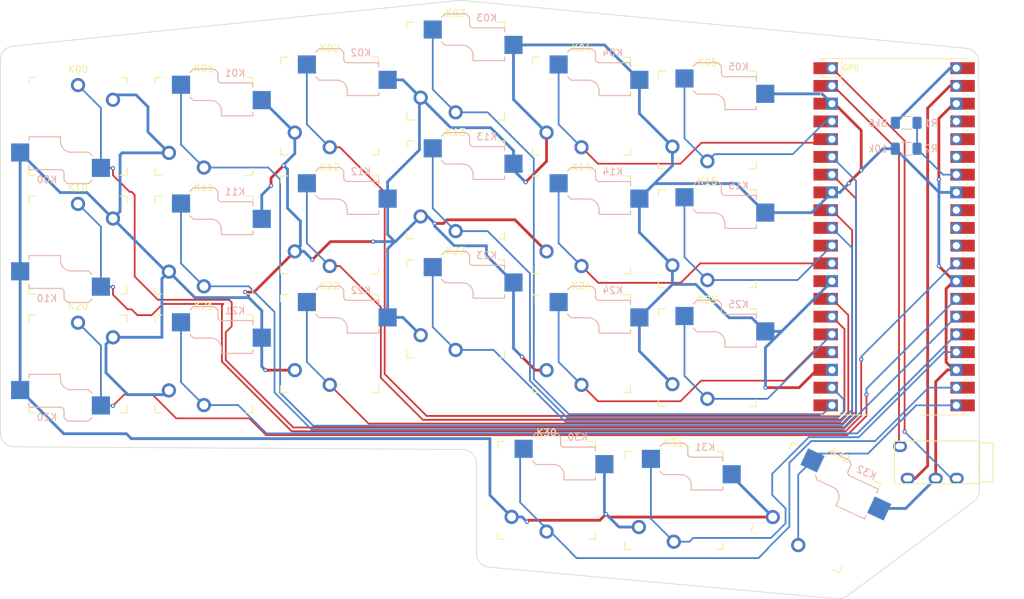
<source format=kicad_pcb>
(kicad_pcb (version 20240108) (generator "pcbnew") (generator_version "8.0")
  (title_block (title "Levitas (Left)") (date "2024-07-08") (rev "A") (company "chriso345") (comment 1 "Adapted from PIANTOR board"))
  (layers (0 "F.Cu" signal) (31 "B.Cu" signal) (34 "B.Paste" user) (35 "F.Paste" user) (36 "B.SilkS" user "B.Silkscreen") (37 "F.SilkS" user "F.Silkscreen") (38 "B.Mask" user) (39 "F.Mask" user) (44 "Edge.Cuts" user))
  (net 0 "")
  (net 1 "GND")
  (net 2 "/k00")
  (net 3 "/k01")
  (net 4 "/k02")
  (net 5 "/k03")
  (net 6 "/k04")
  (net 7 "/k05")
  (net 8 "/k10")
  (net 9 "/k11")
  (net 10 "/k12")
  (net 11 "/k13")
  (net 12 "/k14")
  (net 13 "/k15")
  (net 14 "/k20")
  (net 15 "/k21")
  (net 16 "/k22")
  (net 17 "/k23")
  (net 18 "/k24")
  (net 19 "/k25")
  (net 20 "/k30")
  (net 21 "/k31")
  (net 22 "/k32")
  (net 23 "rx")
  (net 24 "tx")
  (net 25 "VBUS")
  (net 26 "vbus_sense")
  (net 27 "VCC")
  (footprint "keyswitches:Kailh_socket_PG1350_optional" (layer "F.Cu") (at 164 94)
    (property "Reference" "K25")
    (property "Value" "KEYSW")
  )
  (footprint "keyswitches:Kailh_socket_PG1350_optional" (layer "F.Cu") (at 146 92)
    (property "Reference" "K24")
    (property "Value" "KEYSW")
  )
  (footprint "keyswitches:Kailh_socket_PG1350_optional" (layer "F.Cu") (at 92 94.9)
    (property "Reference" "K21")
    (property "Value" "KEYSW")
  )
  (footprint "keyswitches:Kailh_socket_PG1350_optional" (layer "F.Cu") (at 110 58)
    (property "Reference" "K02")
    (property "Value" "KEYSW")
  )
  (footprint "beekeeb_lib:MountingHole_2.2mm_M2-8mm" (layer "F.Cu") (at 128.6 98.5)
    (property "Reference" "H4" (hide yes))
    (property "Value" "MountingHole")
  )
  (footprint "keyswitches:Kailh_socket_PG1350_optional" (layer "F.Cu") (at 74 77.9 180)
    (property "Reference" "K10")
    (property "Value" "KEYSW")
  )
  (footprint "RPi_Pico:RPi_Pico_SMD_TH" (layer "F.Cu") (at 190.7032 76.708)
    (property "Reference" "U2" (hide yes))
    (property "Value" "Pico")
  )
  (footprint "keyswitches:Kailh_socket_PG1350_optional" (layer "F.Cu") (at 146 58)
    (property "Reference" "K04")
    (property "Value" "KEYSW")
  )
  (footprint "keyswitches:Kailh_socket_PG1350_optional" (layer "F.Cu") (at 110 75)
    (property "Reference" "K12")
    (property "Value" "KEYSW")
  )
  (footprint "beekeeb_lib:MountingHole_2.2mm_M2-8mm" (layer "F.Cu") (at 174.5 67)
    (property "Reference" "H2" (hide yes))
    (property "Value" "MountingHole")
  )
  (footprint "keyswitches:Kailh_socket_PG1350_optional" (layer "F.Cu") (at 141 113)
    (property "Reference" "K30")
    (property "Value" "KEYSW")
  )
  (footprint "beekeeb_lib:MountingHole_2.2mm_M2-8mm" (layer "F.Cu") (at 83 86.4)
    (property "Reference" "H4" (hide yes))
    (property "Value" "MountingHole")
  )
  (footprint "keyswitches:Kailh_socket_PG1350_optional" (layer "F.Cu") (at 92 60.9)
    (property "Reference" "K01")
    (property "Value" "KEYSW")
  )
  (footprint "keyswitches:Kailh_socket_PG1350_optional" (layer "F.Cu") (at 146 75)
    (property "Reference" "K14")
    (property "Value" "KEYSW")
  )
  (footprint "keyswitches:Kailh_socket_PG1350_optional" (layer "F.Cu") (at 128 87)
    (property "Reference" "K23")
    (property "Value" "KEYSW")
  )
  (footprint "keyswitches:Kailh_socket_PG1350_optional" (layer "F.Cu") (at 128 53)
    (property "Reference" "K03")
    (property "Value" "KEYSW")
  )
  (footprint "beekeeb_lib:MountingHole_2.2mm_M2-8mm" (layer "F.Cu") (at 83 69.4)
    (property "Reference" "H4" (hide yes))
    (property "Value" "MountingHole")
  )
  (footprint "beekeeb_lib:MountingHole_2.2mm_M2-8mm" (layer "F.Cu") (at 119.4 61)
    (property "Reference" "H1" (hide yes))
    (property "Value" "MountingHole")
  )
  (footprint "keyswitches:Kailh_socket_PG1350_optional" (layer "F.Cu") (at 110 92)
    (property "Reference" "K22")
    (property "Value" "KEYSW")
  )
  (footprint "Keebio-Parts:TRRS-PJ-320A" (layer "F.Cu") (at 202.85 109 -90)
    (property "Reference" "J1" (hide yes))
    (property "Value" "TRRS")
  )
  (footprint "keyswitches:Kailh_socket_PG1350_optional" (layer "F.Cu") (at 164 77)
    (property "Reference" "K15")
    (property "Value" "KEYSW")
  )
  (footprint "beekeeb_lib:MountingHole_2.2mm_M2-8mm" (layer "F.Cu") (at 170.2 107.9)
    (property "Reference" "H3" (hide yes))
    (property "Value" "MountingHole")
  )
  (footprint "beekeeb_lib:MountingHole_2.2mm_M2-8mm" (layer "F.Cu") (at 101 78.5)
    (property "Reference" "H1" (hide yes))
    (property "Value" "MountingHole")
  )
  (footprint "keyswitches:Kailh_socket_PG1350_optional" (layer "F.Cu") (at 179.485421 115.492531 -25)
    (property "Reference" "K32")
    (property "Value" "KEYSW")
  )
  (footprint "keyswitches:Kailh_socket_PG1350_optional" (layer "F.Cu") (at 92 77.9)
    (property "Reference" "K11")
    (property "Value" "KEYSW")
  )
  (footprint "keyswitches:Kailh_socket_PG1350_optional" (layer "F.Cu") (at 164 60)
    (property "Reference" "K05")
    (property "Value" "KEYSW")
  )
  (footprint "keyswitches:Kailh_socket_PG1350_optional" (layer "F.Cu") (at 74 94.9 180)
    (property "Reference" "K20")
    (property "Value" "KEYSW")
  )
  (footprint "keyswitches:Kailh_socket_PG1350_optional" (layer "F.Cu") (at 128 70)
    (property "Reference" "K13")
    (property "Value" "KEYSW")
  )
  (footprint "keyswitches:Kailh_socket_PG1350_optional" (layer "F.Cu") (at 74 60.9 180)
    (property "Reference" "K00")
    (property "Value" "KEYSW")
  )
  (footprint "keyswitches:Kailh_socket_PG1350_optional" (layer "F.Cu") (at 159.2 114.45)
    (property "Reference" "K31")
    (property "Value" "KEYSW")
  )
  (footprint "Resistor_SMD:R_1206_3216Metric_Pad1.30x1.75mm_HandSolder" (layer "B.Cu") (at 192.4304 64.1096 180)
    (property "Reference" "R2")
    (property "Value" "10k")
  )
  (footprint "Resistor_SMD:R_1206_3216Metric_Pad1.30x1.75mm_HandSolder" (layer "B.Cu") (at 192.4304 60.4012)
    (property "Reference" "R1")
    (property "Value" "5k6")
  )
  (gr_line (start 200.991647 49.728516) (end 128.784098 42.881143) (stroke (width 0.1)) (layer "Edge.Cuts"))
  (gr_arc (start 128.980502 107.144567) (mid 130.387069 107.7345) (end 130.96875 109.144533) (stroke (width 0.1)) (layer "Edge.Cuts"))
  (gr_arc (start 200.991647 49.728516) (mid 202.281248 50.372626) (end 202.802834 51.716463) (stroke (width 0.1)) (layer "Edge.Cuts"))
  (gr_arc (start 132.787679 123.990357) (mid 131.491905 123.347247) (end 130.96875 121.998571) (stroke (width 0.1)) (layer "Edge.Cuts"))
  (gr_line (start 202.898432 112.995163) (end 202.802834 51.716463) (stroke (width 0.1)) (layer "Edge.Cuts"))
  (gr_arc (start 62.89375 51.411452) (mid 63.409083 50.07139) (end 64.689515 49.421907) (stroke (width 0.1)) (layer "Edge.Cuts"))
  (gr_line (start 64.881998 106.767933) (end 128.980502 107.144567) (stroke (width 0.1)) (layer "Edge.Cuts"))
  (gr_arc (start 128.391052 42.882666) (mid 128.587538 42.872225) (end 128.784098 42.881143) (stroke (width 0.1)) (layer "Edge.Cuts"))
  (gr_line (start 62.89375 51.411452) (end 62.89375 104.767967) (stroke (width 0.1)) (layer "Edge.Cuts"))
  (gr_arc (start 64.881998 106.767933) (mid 63.475431 106.178) (end 62.89375 104.767967) (stroke (width 0.1)) (layer "Edge.Cuts"))
  (gr_arc (start 202.898432 112.995163) (mid 202.686955 113.893377) (end 202.094742 114.601047) (stroke (width 0.1)) (layer "Edge.Cuts"))
  (gr_line (start 132.787679 123.990357) (end 182.593028 128.518116) (stroke (width 0.1)) (layer "Edge.Cuts"))
  (gr_line (start 130.96875 109.144533) (end 130.96875 121.998571) (stroke (width 0.1)) (layer "Edge.Cuts"))
  (gr_line (start 128.391052 42.882666) (end 64.689515 49.421907) (stroke (width 0.1)) (layer "Edge.Cuts"))
  (gr_line (start 183.970405 128.129093) (end 202.094742 114.601047) (stroke (width 0.1)) (layer "Edge.Cuts"))
  (gr_arc (start 183.970405 128.129093) (mid 183.317707 128.451029) (end 182.593028 128.518116) (stroke (width 0.1)) (layer "Edge.Cuts"))
  (segment (start 148.616 117.284) (end 149.5 116.4) (width 0.4) (layer "F.Cu") (net 1))
  (segment (start 179.6532 95.758) (end 181.8132 95.758) (width 0.4) (layer "F.Cu") (net 1))
  (segment (start 184.230964 69.069036) (end 184.230964 68.969036) (width 0.4) (layer "F.Cu") (net 1))
  (segment (start 100.8 95.8) (end 105 95.8) (width 0.4) (layer "F.Cu") (net 1))
  (segment (start 199.258 83.058) (end 199.5932 83.058) (width 0.4) (layer "F.Cu") (net 1))
  (segment (start 198.1432 84.148) (end 199.2332 83.058) (width 0.4) (layer "F.Cu") (net 1))
  (segment (start 97.9 84.625) (end 99.175 84.625) (width 0.4) (layer "F.Cu") (net 1))
  (segment (start 126.261065 74.8) (end 126.777065 74.284) (width 0.4) (layer "F.Cu") (net 1))
  (segment (start 181.8132 57.658) (end 182.1732 57.658) (width 0.4) (layer "F.Cu") (net 1))
  (segment (start 197.1 68.5) (end 197.1 59.7912) (width 0.4) (layer "F.Cu") (net 1))
  (segment (start 199.2332 83.058) (end 199.5932 83.058) (width 0.4) (layer "F.Cu") (net 1))
  (segment (start 138.416 117.284) (end 148.616 117.284) (width 0.4) (layer "F.Cu") (net 1))
  (segment (start 182.1732 57.658) (end 186 61.4848) (width 0.4) (layer "F.Cu") (net 1))
  (segment (start 137.5 93.9) (end 139.4 95.8) (width 0.4) (layer "F.Cu") (net 1))
  (segment (start 197.1 80.9) (end 199.258 83.058) (width 0.4) (layer "F.Cu") (net 1))
  (segment (start 199.2332 95.758) (end 198.1432 94.668) (width 0.4) (layer "F.Cu") (net 1))
  (segment (start 139.4 95.8) (end 141 95.8) (width 0.4) (layer "F.Cu") (net 1))
  (segment (start 177.1112 98.3) (end 179.6532 95.758) (width 0.4) (layer "F.Cu") (net 1))
  (segment (start 197.1 59.7912) (end 199.2332 57.658) (width 0.4) (layer "F.Cu") (net 1))
  (segment (start 199.2332 57.658) (end 199.5932 57.658) (width 0.4) (layer "F.Cu") (net 1))
  (segment (start 101.6 68.3) (end 103.4 66.5) (width 0.4) (layer "F.Cu") (net 1))
  (segment (start 136.484 74.284) (end 141 78.8) (width 0.4) (layer "F.Cu") (net 1))
  (segment (start 149.5 116.4) (end 149.923409 116.823409) (width 0.4) (layer "F.Cu") (net 1))
  (segment (start 199.5932 95.758) (end 198.3432 95.758) (width 0.4) (layer "F.Cu") (net 1))
  (segment (start 107.5 80) (end 110.1 77.4) (width 0.4) (layer "F.Cu") (net 1))
  (segment (start 149.923409 116.823409) (end 173.347933 116.823409) (width 0.4) (layer "F.Cu") (net 1))
  (segment (start 198.1432 94.668) (end 198.1432 84.148) (width 0.4) (layer "F.Cu") (net 1))
  (segment (start 138.2 117.5) (end 138.416 117.284) (width 0.4) (layer "F.Cu") (net 1))
  (segment (start 138 68.9) (end 141 65.9) (width 0.4) (layer "F.Cu") (net 1))
  (segment (start 172.3 98.3) (end 177.1112 98.3) (width 0.4) (layer "F.Cu") (net 1))
  (segment (start 126.777065 74.284) (end 136.484 74.284) (width 0.4) (layer "F.Cu") (net 1))
  (segment (start 198.3432 95.758) (end 196.65 97.4512) (width 0.4) (layer "F.Cu") (net 1))
  (segment (start 141 65.9) (end 141 61.8) (width 0.4) (layer "F.Cu") (net 1))
  (segment (start 196.65 97.4512) (end 196.65 111.3) (width 0.4) (layer "F.Cu") (net 1))
  (segment (start 199.5932 95.758) (end 199.2332 95.758) (width 0.4) (layer "F.Cu") (net 1))
  (segment (start 125 74.8) (end 126.261065 74.8) (width 0.4) (layer "F.Cu") (net 1))
  (segment (start 186 61.4848) (end 186 67.2) (width 0.4) (layer "F.Cu") (net 1))
  (segment (start 184.230964 68.969036) (end 186 67.2) (width 0.4) (layer "F.Cu") (net 1))
  (segment (start 110.1 77.4) (end 116.2 77.4) (width 0.4) (layer "F.Cu") (net 1))
  (segment (start 99.175 84.625) (end 105 78.8) (width 0.4) (layer "F.Cu") (net 1))
  (segment (start 101.6 69.4) (end 101.6 68.3) (width 0.4) (layer "F.Cu") (net 1))
  (via (at 172.3 98.3) (size 0.6) (drill 0.3) (layers "F.Cu" "B.Cu") (net 1))
  (via (at 197.1 68.5) (size 0.6) (drill 0.3) (layers "F.Cu" "B.Cu") (net 1))
  (via (at 197.1 80.9) (size 0.6) (drill 0.3) (layers "F.Cu" "B.Cu") (net 1))
  (via (at 97.9 84.625) (size 0.6) (drill 0.3) (layers "F.Cu" "B.Cu") (net 1))
  (via (at 125 74.8) (size 0.6) (drill 0.3) (layers "F.Cu" "B.Cu") (net 1))
  (via (at 137.5 93.9) (size 0.6) (drill 0.3) (layers "F.Cu" "B.Cu") (net 1))
  (via (at 116.2 77.4) (size 0.6) (drill 0.3) (layers "F.Cu" "B.Cu") (net 1))
  (via (at 138.2 117.5) (size 0.6) (drill 0.3) (layers "F.Cu" "B.Cu") (net 1))
  (via (at 184.230964 69.069036) (size 0.6) (drill 0.3) (layers "F.Cu" "B.Cu") (net 1))
  (via (at 107.5 80) (size 0.6) (drill 0.3) (layers "F.Cu" "B.Cu") (net 1))
  (via (at 103.4 66.5) (size 0.6) (drill 0.3) (layers "F.Cu" "B.Cu") (net 1))
  (via (at 138 68.9) (size 0.6) (drill 0.3) (layers "F.Cu" "B.Cu") (net 1))
  (via (at 149.5 116.4) (size 0.6) (drill 0.3) (layers "F.Cu" "B.Cu") (net 1))
  (via (at 100.8 95.8) (size 0.6) (drill 0.3) (layers "F.Cu" "B.Cu") (net 1))
  (via (at 101.6 69.4) (size 0.6) (drill 0.3) (layers "F.Cu" "B.Cu") (net 1))
  (via (at 186 67.2) (size 0.6) (drill 0.3) (layers "F.Cu" "B.Cu") (net 1))
  (segment (start 172.275 90.25) (end 174.6212 90.25) (width 0.4) (layer "B.Cu") (net 1))
  (segment (start 180.4052 56.25) (end 181.8132 57.658) (width 0.4) (layer "B.Cu") (net 1))
  (segment (start 197.1288 70.358) (end 197.1288 68.5288) (width 0.4) (layer "B.Cu") (net 1))
  (segment (start 65.725 81.65) (end 65.725 98.65) (width 0.4) (layer "B.Cu") (net 1))
  (segment (start 172.3 92.5712) (end 172.3 98.3) (width 0.4) (layer "B.Cu") (net 1))
  (segment (start 119.3 77.4) (end 118.275 78.425) (width 0.4) (layer "B.Cu") (net 1))
  (segment (start 100.35 57.15) (end 100.275 57.15) (width 0.4) (layer "B.Cu") (net 1))
  (segment (start 105 61.8) (end 100.35 57.15) (width 0.4) (layer "B.Cu") (net 1))
  (segment (start 159 83.525) (end 154.275 88.25) (width 0.4) (layer "B.Cu") (net 1))
  (segment (start 81.125527 99.3) (end 77.99952 96.173993) (width 0.4) (layer "B.Cu") (net 1))
  (segment (start 167.11463 88.3) (end 170.325 88.3) (width 0.4) (layer "B.Cu") (net 1))
  (segment (start 118.275 78.425) (end 118.275 88.25) (width 0.4) (layer "B.Cu") (net 1))
  (segment (start 154.275 59.075) (end 159 63.8) (width 0.4) (layer "B.Cu") (net 1))
  (segment (start 137.5 116.8) (end 138.2 117.5) (width 0.4) (layer "B.Cu") (net 1))
  (segment (start 174.6212 90.25) (end 181.8132 83.058) (width 0.4) (layer "B.Cu") (net 1))
  (segment (start 190.8804 64.1096) (end 197.1288 70.358) (width 0.4) (layer "B.Cu") (net 1))
  (segment (start 84 58.1) (end 84 61.7) (width 0.4) (layer "B.Cu") (net 1))
  (segment (start 178.9212 73.25) (end 181.8132 70.358) (width 0.4) (layer "B.Cu") (net 1))
  (segment (start 136.275 49.25) (end 149.275 49.25) (width 0.4) (layer "B.Cu") (net 1))
  (segment (start 103.96115 67.06115) (end 103.96115 72.6214) (width 0.4) (layer "B.Cu") (net 1))
  (segment (start 136.275 57.075) (end 136.275 49.25) (width 0.4) (layer "B.Cu") (net 1))
  (segment (start 86 91.1) (end 86 82.7) (width 0.4) (layer "B.Cu") (net 1))
  (segment (start 141 61.8) (end 136.275 57.075) (width 0.4) (layer "B.Cu") (net 1))
  (segment (start 167.475 110.7) (end 167.475 110.950476) (width 0.4) (layer "B.Cu") (net 1))
  (segment (start 100.275 95.275) (end 100.8 95.8) (width 0.4) (layer "B.Cu") (net 1))
  (segment (start 65.725 64.65) (end 71.459 70.384) (width 0.4) (layer "B.Cu") (net 1))
  (segment (start 80.015999 73.084001) (end 80.015999 65.015999) (width 0.4) (layer "B.Cu") (net 1))
  (segment (start 132.4 78) (end 132.4 79.375) (width 0.4) (layer "B.Cu") (net 1))
  (segment (start 106.3 78.8) (end 107.5 80) (width 0.4) (layer "B.Cu") (net 1))
  (segment (start 132.9 105.6) (end 132.9 113.7) (width 0.4) (layer "B.Cu") (net 1))
  (segment (start 149.275 116.175) (end 149.275 109.249998) (width 0.4) (layer "B.Cu") (net 1))
  (segment (start 197.1288 70.358) (end 197.1 70.3868) (width 0.4) (layer "B.Cu") (net 1))
  (segment (start 119.4 77.4) (end 123 73.8) (width 0.4) (layer "B.Cu") (net 1))
  (segment (start 77.99952 96.173993) (end 77.99952 92.10048) (width 0.4) (layer "B.Cu") (net 1))
  (segment (start 119.3 77.4) (end 118.275 76.375) (width 0.4) (layer "B.Cu") (net 1))
  (segment (start 189.0904 64.1096) (end 190.8804 64.1096) (width 0.4) (layer "B.Cu") (net 1))
  (segment (start 136 116.8) (end 137.5 116.8) (width 0.4) (layer "B.Cu") (net 1))
  (segment (start 154.275 54.25) (end 154.275 59.075) (width 0.4) (layer "B.Cu") (net 1))
  (segment (start 181.8132 70.358) (end 182.942 70.358) (width 0.4) (layer "B.Cu") (net 1))
  (segment (start 81.625305 105.6) (end 132.9 105.6) (width 0.4) (layer "B.Cu") (net 1))
  (segment (start 87 98.7) (end 86.4 99.3) (width 0.4) (layer "B.Cu") (net 1))
  (segment (start 90.716 85.416) (end 98.384 85.416) (width 0.4) (layer "B.Cu") (net 1))
  (segment (start 120.45 54.25) (end 123 56.8) (width 0.4) (layer "B.Cu") (net 1))
  (segment (start 154.275 76.075) (end 159 80.8) (width 0.4) (layer "B.Cu") (net 1))
  (segment (start 105.8009 77.9991) (end 105 78.8) (width 0.4) (layer "B.Cu") (net 1))
  (segment (start 79 74.1) (end 86.6 81.7) (width 0.4) (layer "B.Cu") (net 1))
  (segment (start 136.275 83.25) (end 136.275 92.675) (width 0.4) (layer "B.Cu") (net 1))
  (segment (start 182.942 70.358) (end 184.230964 69.069036) (width 0.4) (layer "B.Cu") (net 1))
  (segment (start 80.925305 104.9) (end 81.625305 105.6) (width 0.4) (layer "B.Cu") (net 1))
  (segment (start 79 91.1) (end 86 91.1) (width 0.4) (layer "B.Cu") (net 1))
  (segment (start 98.4 85.4) (end 100.275 87.275) (width 0.4) (layer "B.Cu") (net 1))
  (segment (start 197.1288 70.358) (end 199.5932 70.358) (width 0.4) (layer "B.Cu") (net 1))
  (segment (start 162.33963 83.525) (end 167.11463 88.3) (width 0.4) (layer "B.Cu") (net 1))
  (segment (start 105.8009 74.46115) (end 105.8009 77.9991) (width 0.4) (layer "B.Cu") (net 1))
  (segment (start 105 64.8) (end 105 61.8) (width 0.4) (layer "B.Cu") (net 1))
  (segment (start 168.125 69.1) (end 172.275 73.25) (width 0.4) (layer "B.Cu") (net 1))
  (segment (start 159 63.8) (end 159 66.525) (width 0.4) (layer "B.Cu") (net 1))
  (segment (start 188.569936 115.591043) (end 192.358957 115.591043) (width 0.4) (layer "B.Cu") (net 1))
  (segment (start 65.725 64.65) (end 65.725 81.65) (width 0.4) (layer "B.Cu") (net 1))
  (segment (start 154.275 71.25) (end 156.425 69.1) (width 0.4) (layer "B.Cu") (net 1))
  (segment (start 86 82.7) (end 87 81.7) (width 0.4) (layer "B.Cu") (net 1))
  (segment (start 100.275 87.275) (end 100.275 91.15) (width 0.4) (layer "B.Cu") (net 1))
  (segment (start 123 56.8) (end 127.3 61.1) (width 0.4) (layer "B.Cu") (net 1))
  (segment (start 154.275 71.25) (end 154.275 76.075) (width 0.4) (layer "B.Cu") (net 1))
  (segment (start 159 66.525) (end 154.275 71.25) (width 0.4) (layer "B.Cu") (net 1))
  (segment (start 149.5 116.4) (end 151.35 118.25) (width 0.4) (layer "B.Cu") (net 1))
  (segment (start 172.275 56.25) (end 180.4052 56.25) (width 0.4) (layer "B.Cu") (net 1))
  (segment (start 71.459 70.384) (end 75.284 70.384) (width 0.4) (layer "B.Cu") (net 1))
  (segment (start 103.4 66.4) (end 105 64.8) (width 0.4) (layer "B.Cu") (net 1))
  (segment (start 100.275 74.15) (end 100.275 70.725) (width 0.4) (layer "B.Cu") (net 1))
  (segment (start 151.35 118.25) (end 154.2 118.25) (width 0.4) (layer "B.Cu") (net 1))
  (segment (start 136.275 92.675) (end 137.5 93.9) (width 0.4) (layer "B.Cu") (net 1))
  (segment (start 84 61.7) (end 87 64.7) (width 0.4) (layer "B.Cu") (net 1))
  (segment (start 98.384 85.416) (end 98.4 85.4) (width 0.4) (layer "B.Cu") (net 1))
  (segment (start 174.6212 90.25) (end 172.3 92.5712) (width 0.4) (layer "B.Cu") (net 1))
  (segment (start 103.4 66.5) (end 103.4 66.4) (width 0.4) (layer "B.Cu") (net 1))
  (segment (start 125 74.8) (end 125 75.18537) (width 0.4) (layer "B.Cu") (net 1))
  (segment (start 103.4 66.5) (end 103.96115 67.06115) (width 0.4) (layer "B.Cu") (net 1))
  (segment (start 82.3 56.4) (end 84 58.1) (width 0.4) (layer "B.Cu") (net 1))
  (segment (start 100.275 70.725) (end 101.6 69.4) (width 0.4) (layer "B.Cu") (net 1))
  (segment (start 65.725 98.65) (end 71.975 104.9) (width 0.4) (layer "B.Cu") (net 1))
  (segment (start 80.3 64.7) (end 87 64.7) (width 0.4) (layer "B.Cu") (net 1))
  (segment (start 127.81463 78) (end 132.4 78) (width 0.4) (layer "B.Cu") (net 1))
  (segment (start 77.99952 92.10048) (end 79 91.1) (width 0.4) (layer "B.Cu") (net 1))
  (segment (start 79.7 56.4) (end 82.3 56.4) (width 0.4) (layer "B.Cu") (net 1))
  (segment (start 100.275 91.15) (end 100.275 95.275) (width 0.4) (layer "B.Cu") (net 1))
  (segment (start 118.275 68.825) (end 118.275 71.25) (width 0.4) (layer "B.Cu") (net 1))
  (segment (start 122.825 64.275) (end 118.275 68.825) (width 0.4) (layer "B.Cu") (net 1))
  (segment (start 159 80.8) (end 159 83.525) (width 0.4) (layer "B.Cu") (net 1))
  (segment (start 136.275 67.175) (end 138 68.9) (width 0.4) (layer "B.Cu") (net 1))
  (segment (start 71.975 104.9) (end 80.925305 104.9) (width 0.4) (layer "B.Cu") (net 1))
  (segment (start 118.275 88.25) (end 120.45 88.25) (width 0.4) (layer "B.Cu") (net 1))
  (segment (start 86.4 99.3) (end 81.125527 99.3) (width 0.4) (layer "B.Cu") (net 1))
  (segment (start 136.275 66.25) (end 136.275 67.175) (width 0.4) (layer "B.Cu") (net 1))
  (segment (start 132.4 79.375) (end 136.275 83.25) (width 0.4) (layer "B.Cu") (net 1))
  (segment (start 132.9 113.7) (end 136 116.8) (width 0.4) (layer "B.Cu") (net 1))
  (segment (start 149.5 116.4) (end 149.275 116.175) (width 0.4) (layer "B.Cu") (net 1))
  (segment (start 98.4 85.4) (end 98.4 85.125) (width 0.4) (layer "B.Cu") (net 1))
  (segment (start 170.325 88.3) (end 172.275 90.25) (width 0.4) (layer "B.Cu") (net 1))
  (segment (start 167.475 110.950476) (end 173.347933 116.823409) (width 0.4) (layer "B.Cu") (net 1))
  (segment (start 105 78.8) (end 106.3 78.8) (width 0.4) (layer "B.Cu") (net 1))
  (segment (start 154.275 93.075) (end 159 97.8) (width 0.4) (layer "B.Cu") (net 1))
  (segment (start 79 57.1) (end 79.7 56.4) (width 0.4) (layer "B.Cu") (net 1))
  (segment (start 197.1 70.3868) (end 197.1 80.9) (width 0.4) (layer "B.Cu") (net 1))
  (segment (start 154.275 88.25) (end 154.275 93.075) (width 0.4) (layer "B.Cu") (net 1))
  (segment (start 98.4 85.125) (end 97.9 84.625) (width 0.4) (layer "B.Cu") (net 1))
  (segment (start 122.825 56.975) (end 122.825 64.275) (width 0.4) (layer "B.Cu") (net 1))
  (segment (start 156.425 69.1) (end 168.125 69.1) (width 0.4) (layer "B.Cu") (net 1))
  (segment (start 80 65) (end 80.3 64.7) (width 0.4) (layer "B.Cu") (net 1))
  (segment (start 133 61.1) (end 136.275 64.375) (width 0.4) (layer "B.Cu") (net 1))
  (segment (start 124 73.8) (end 125 74.8) (width 0.4) (layer "B.Cu") (net 1))
  (segment (start 118.275 76.375) (end 118.275 71.25) (width 0.4) (layer "B.Cu") (net 1))
  (segment (start 87 81.7) (end 90.716 85.416) (width 0.4) (layer "B.Cu") (net 1))
  (segment (start 120.45 88.25) (end 123 90.8) (width 0.4) (layer "B.Cu") (net 1))
  (segment (start 192.358957 115.591043) (end 196.65 111.3) (width 0.4) (layer "B.Cu") (net 1))
  (segment (start 127.3 61.1) (end 133 61.1) (width 0.4) (layer "B.Cu") (net 1))
  (segment (start 186 67.2) (end 189.0904 64.1096) (width 0.4) (layer "B.Cu") (net 1))
  (segment (start 123 56.8) (end 122.825 56.975) (width 0.4) (layer "B.Cu") (net 1))
  (segment (start 79 74.1) (end 80.015999 73.084001) (width 0.4) (layer "B.Cu") (net 1))
  (segment (start 75.284 70.384) (end 79 74.1) (width 0.4) (layer "B.Cu") (net 1))
  (segment (start 103.96115 72.6214) (end 105.8009 74.46115) (width 0.4) (layer "B.Cu") (net 1))
  (segment (start 123 73.8) (end 124 73.8) (width 0.4) (layer "B.Cu") (net 1))
  (segment (start 149.275 49.25) (end 154.275 54.25) (width 0.4) (layer "B.Cu") (net 1))
  (segment (start 80.015999 65.015999) (end 80 65) (width 0.4) (layer "B.Cu") (net 1))
  (segment (start 136.275 64.375) (end 136.275 66.25) (width 0.4) (layer "B.Cu") (net 1))
  (segment (start 116.2 77.4) (end 119.3 77.4) (width 0.4) (layer "B.Cu") (net 1))
  (segment (start 197.1288 68.5288) (end 197.1 68.5) (width 0.4) (layer "B.Cu") (net 1))
  (segment (start 172.275 73.25) (end 178.9212 73.25) (width 0.4) (layer "B.Cu") (net 1))
  (segment (start 119.3 77.4) (end 119.4 77.4) (width 0.4) (layer "B.Cu") (net 1))
  (segment (start 125 75.18537) (end 127.81463 78) (width 0.4) (layer "B.Cu") (net 1))
  (segment (start 159 83.525) (end 162.33963 83.525) (width 0.4) (layer "B.Cu") (net 1))
  (segment (start 86.6 81.7) (end 87 81.7) (width 0.4) (layer "B.Cu") (net 1))
  (segment (start 118.275 54.25) (end 120.45 54.25) (width 0.4) (layer "B.Cu") (net 1))
  (segment (start 82.1 82.4) (end 85.424511 85.724511) (width 0.25) (layer "F.Cu") (net 2))
  (segment (start 81.658686 70.275479) (end 82.1 70.716793) (width 0.25) (layer "F.Cu") (net 2))
  (segment (start 95.601649 85.724511) (end 95.974521 86.097383) (width 0.25) (layer "F.Cu") (net 2))
  (segment (start 95.974521 89.523829) (end 95.125 90.37335) (width 0.25) (layer "F.Cu") (net 2))
  (segment (start 104.776219 103.999081) (end 183.532555 103.999081) (width 0.25) (layer "F.Cu") (net 2))
  (segment (start 82.1 70.716793) (end 82.1 82.4) (width 0.25) (layer "F.Cu") (net 2))
  (segment (start 79 66.9) (end 79 67.9) (width 0.25) (layer "F.Cu") (net 2))
  (segment (start 81.375479 70.275479) (end 81.658686 70.275479) (width 0.25) (layer "F.Cu") (net 2))
  (segment (start 183.532555 103.999081) (end 185.249999 102.281637) (width 0.25) (layer "F.Cu") (net 2))
  (segment (start 185.25 71.2548) (end 181.8132 67.818) (width 0.25) (layer "F.Cu") (net 2))
  (segment (start 79 67.9) (end 81.375479 70.275479) (width 0.25) (layer "F.Cu") (net 2))
  (segment (start 95.125 94.347862) (end 104.776219 103.999081) (width 0.25) (layer "F.Cu") (net 2))
  (segment (start 95.974521 86.097383) (end 95.974521 89.523829) (width 0.25) (layer "F.Cu") (net 2))
  (segment (start 185.249999 102.281637) (end 185.25 71.2548) (width 0.25) (layer "F.Cu") (net 2))
  (segment (start 95.125 90.37335) (end 95.125 94.347862) (width 0.25) (layer "F.Cu") (net 2))
  (segment (start 85.424511 85.724511) (end 95.601649 85.724511) (width 0.25) (layer "F.Cu") (net 2))
  (via (at 79 66.9) (size 0.6) (drill 0.3) (layers "F.Cu" "B.Cu") (net 2))
  (segment (start 77.275 58.275) (end 77.275 66.85) (width 0.25) (layer "B.Cu") (net 2))
  (segment (start 78.95 66.85) (end 77.275 66.85) (width 0.25) (layer "B.Cu") (net 2))
  (segment (start 79 66.9) (end 78.95 66.85) (width 0.25) (layer "B.Cu") (net 2))
  (segment (start 74 55) (end 77.275 58.275) (width 0.25) (layer "B.Cu") (net 2))
  (segment (start 107.626657 103.749519) (end 183.204543 103.749519) (width 0.25) (layer "B.Cu") (net 3))
  (segment (start 183.204543 103.749519) (end 185.25 101.704062) (width 0.25) (layer "B.Cu") (net 3))
  (segment (start 102.9 68.5) (end 102.9 99.022182) (width 0.25) (layer "B.Cu") (net 3))
  (segment (start 88.725 54.95) (end 88.725 63.525) (width 0.25) (layer "B.Cu") (net 3))
  (segment (start 185.25 68.7148) (end 181.8132 65.278) (width 0.25) (layer "B.Cu") (net 3))
  (segment (start 101.2 66.8) (end 102.9 68.5) (width 0.25) (layer "B.Cu") (net 3))
  (segment (start 88.725 63.525) (end 92 66.8) (width 0.25) (layer "B.Cu") (net 3))
  (segment (start 92 66.8) (end 101.2 66.8) (width 0.25) (layer "B.Cu") (net 3))
  (segment (start 102.9 99.022862) (end 107.626657 103.749519) (width 0.25) (layer "B.Cu") (net 3))
  (segment (start 102.9 99.022182) (end 102.90034 99.022522) (width 0.25) (layer "B.Cu") (net 3))
  (segment (start 185.25 101.704062) (end 185.25 68.7148) (width 0.25) (layer "B.Cu") (net 3))
  (segment (start 117.84952 96.34952) (end 123.850521 102.350521) (width 0.25) (layer "F.Cu") (net 4))
  (segment (start 117.849519 70.312679) (end 117.84952 96.34952) (width 0.25) (layer "F.Cu") (net 4))
  (segment (start 110 63.9) (end 111.43684 63.9) (width 0.25) (layer "F.Cu") (net 4))
  (segment (start 183.60144 89.92624) (end 181.8132 88.138) (width 0.25) (layer "F.Cu") (net 4))
  (segment (start 111.43684 63.9) (end 117.849519 70.312679) (width 0.25) (layer "F.Cu") (net 4))
  (segment (start 183.60144 101.590008) (end 183.60144 89.92624) (width 0.25) (layer "F.Cu") (net 4))
  (segment (start 182.849701 102.350521) (end 183.600111 101.600111) (width 0.25) (layer "F.Cu") (net 4))
  (segment (start 123.850521 102.350521) (end 182.849701 102.350521) (width 0.25) (layer "F.Cu") (net 4))
  (segment (start 106.725 60.625) (end 110 63.9) (width 0.25) (layer "B.Cu") (net 4))
  (segment (start 106.725 52.05) (end 106.725 60.625) (width 0.25) (layer "B.Cu") (net 4))
  (segment (start 128 58.9) (end 132.574022 58.9) (width 0.25) (layer "B.Cu") (net 5))
  (segment (start 124.725 47.05) (end 124.725 55.625) (width 0.25) (layer "B.Cu") (net 5))
  (segment (start 181.762 100.838) (end 180.5 102.1) (width 0.25) (layer "B.Cu") (net 5))
  (segment (start 139.175479 97.075479) (end 144.2 102.1) (width 0.25) (layer "B.Cu") (net 5))
  (segment (start 139.175479 65.501457) (end 139.175479 97.075479) (width 0.25) (layer "B.Cu") (net 5))
  (segment (start 144.2 102.1) (end 180.5 102.1) (width 0.25) (layer "B.Cu") (net 5))
  (segment (start 181.8132 100.838) (end 181.762 100.838) (width 0.25) (layer "B.Cu") (net 5))
  (segment (start 132.574022 58.9) (end 139.175479 65.501457) (width 0.25) (layer "B.Cu") (net 5))
  (segment (start 124.725 55.625) (end 128 58.9) (width 0.25) (layer "B.Cu") (net 5))
  (segment (start 160.15 66.25) (end 163.15 63.25) (width 0.25) (layer "F.Cu") (net 6))
  (segment (start 146 63.9) (end 148.35 66.25) (width 0.25) (layer "F.Cu") (net 6))
  (segment (start 163.15 63.25) (end 181.3012 63.25) (width 0.25) (layer "F.Cu") (net 6))
  (segment (start 148.35 66.25) (end 160.15 66.25) (width 0.25) (layer "F.Cu") (net 6))
  (segment (start 181.3012 63.25) (end 181.8132 62.738) (width 0.25) (layer "F.Cu") (net 6))
  (segment (start 142.725 52.05) (end 142.725 60.625) (width 0.25) (layer "B.Cu") (net 6))
  (segment (start 142.725 60.625) (end 146 63.9) (width 0.25) (layer "B.Cu") (net 6))
  (segment (start 160.725 54.05) (end 160.725 62.625) (width 0.25) (layer "B.Cu") (net 7))
  (segment (start 160.725 62.625) (end 164 65.9) (width 0.25) (layer "B.Cu") (net 7))
  (segment (start 176.215999 64.884001) (end 180.902 60.198) (width 0.25) (layer "B.Cu") (net 7))
  (segment (start 180.902 60.198) (end 181.8132 60.198) (width 0.25) (layer "B.Cu") (net 7))
  (segment (start 165.015999 64.884001) (end 176.215999 64.884001) (width 0.25) (layer "B.Cu") (net 7))
  (segment (start 164 65.9) (end 165.015999 64.884001) (width 0.25) (layer "B.Cu") (net 7))
  (segment (start 95.424521 95.424521) (end 104.548601 104.548601) (width 0.25) (layer "F.Cu") (net 8))
  (segment (start 104.548601 104.548601) (end 183.760173 104.548601) (width 0.25) (layer "F.Cu") (net 8))
  (segment (start 94.575 94.57568) (end 95.59966 95.60034) (width 0.25) (layer "F.Cu") (net 8))
  (segment (start 82.489232 87.924521) (end 84.531478 87.924521) (width 0.25) (layer "F.Cu") (net 8))
  (segment (start 183.760173 104.548601) (end 183.854387 104.454387) (width 0.25) (layer "F.Cu") (net 8))
  (segment (start 84.531478 87.924521) (end 86.131478 86.324521) (width 0.25) (layer "F.Cu") (net 8))
  (segment (start 186 102.308774) (end 183.854387 104.454387) (width 0.25) (layer "F.Cu") (net 8))
  (segment (start 94.775479 86.324521) (end 94.575 86.525) (width 0.25) (layer "F.Cu") (net 8))
  (segment (start 86.131478 86.324521) (end 94.775479 86.324521) (width 0.25) (layer "F.Cu") (net 8))
  (segment (start 94.575 86.525) (end 94.575 94.57568) (width 0.25) (layer "F.Cu") (net 8))
  (segment (start 81.1 87.1) (end 81.664711 87.1) (width 0.25) (layer "F.Cu") (net 8))
  (segment (start 183.854387 104.454387) (end 183.779387 104.529387) (width 0.25) (layer "F.Cu") (net 8))
  (segment (start 81.664711 87.1) (end 82.489232 87.924521) (width 0.25) (layer "F.Cu") (net 8))
  (segment (start 186 94.25) (end 186 102.3) (width 0.25) (layer "F.Cu") (net 8))
  (segment (start 79 85) (end 81.1 87.1) (width 0.25) (layer "F.Cu") (net 8))
  (segment (start 186 102.3) (end 186 102.308774) (width 0.25) (layer "F.Cu") (net 8))
  (segment (start 79 83.9) (end 79 85) (width 0.25) (layer "F.Cu") (net 8))
  (via (at 186 94.25) (size 0.6) (drill 0.3) (layers "F.Cu" "B.Cu") (net 8))
  (via (at 79 83.9) (size 0.6) (drill 0.3) (layers "F.Cu" "B.Cu") (net 8))
  (segment (start 186 93.860769) (end 199.342769 80.518) (width 0.25) (layer "B.Cu") (net 8))
  (segment (start 79 83.9) (end 78.95 83.85) (width 0.25) (layer "B.Cu") (net 8))
  (segment (start 186 94.25) (end 186 93.860769) (width 0.25) (layer "B.Cu") (net 8))
  (segment (start 199.342769 80.518) (end 199.5932 80.518) (width 0.25) (layer "B.Cu") (net 8))
  (segment (start 77.275 75.275) (end 74 72) (width 0.25) (layer "B.Cu") (net 8))
  (segment (start 77.275 83.85) (end 77.275 75.275) (width 0.25) (layer "B.Cu") (net 8))
  (segment (start 78.95 83.85) (end 77.275 83.85) (width 0.25) (layer "B.Cu") (net 8))
  (segment (start 88.725 71.95) (end 88.725 80.525) (width 0.25) (layer "B.Cu") (net 9))
  (segment (start 102.1 99) (end 107.39904 104.29904) (width 0.25) (layer "B.Cu") (net 9))
  (segment (start 183.43216 104.29904) (end 199.5932 88.138) (width 0.25) (layer "B.Cu") (net 9))
  (segment (start 102.1 87.477138) (end 102.1 99) (width 0.25) (layer "B.Cu") (net 9))
  (segment (start 98.422862 83.8) (end 102.1 87.477138) (width 0.25) (layer "B.Cu") (net 9))
  (segment (start 88.725 80.525) (end 92 83.8) (width 0.25) (layer "B.Cu") (net 9))
  (segment (start 92 83.8) (end 98.422862 83.8) (width 0.25) (layer "B.Cu") (net 9))
  (segment (start 107.39904 104.29904) (end 183.43216 104.29904) (width 0.25) (layer "B.Cu") (net 9))
  (segment (start 123.300041 102.900041) (end 183.077319 102.900041) (width 0.25) (layer "F.Cu") (net 10))
  (segment (start 181.822222 85.598) (end 181.8132 85.598) (width 0.25) (layer "F.Cu") (net 10))
  (segment (start 184.15096 101.8264) (end 184.15096 87.926738) (width 0.25) (layer "F.Cu") (net 10))
  (segment (start 111.43684 80.9) (end 117.3 86.76316) (width 0.25) (layer "F.Cu") (net 10))
  (segment (start 184.15096 87.926738) (end 181.822222 85.598) (width 0.25) (layer "F.Cu") (net 10))
  (segment (start 110 80.9) (end 111.43684 80.9) (width 0.25) (layer "F.Cu") (net 10))
  (segment (start 183.077319 102.900041) (end 184.15096 101.8264) (width 0.25) (layer "F.Cu") (net 10))
  (segment (start 117.3 96.9) (end 123.300041 102.900041) (width 0.25) (layer "F.Cu") (net 10))
  (segment (start 117.3 86.76316) (end 117.3 96.9) (width 0.25) (layer "F.Cu") (net 10))
  (segment (start 106.725 77.625) (end 110 80.9) (width 0.25) (layer "B.Cu") (net 10))
  (segment (start 106.725 69.05) (end 106.725 77.625) (width 0.25) (layer "B.Cu") (net 10))
  (segment (start 183.5 101.75) (end 183.5 99.9848) (width 0.25) (layer "B.Cu") (net 11))
  (segment (start 124.725 64.05) (end 124.725 72.625) (width 0.25) (layer "B.Cu") (net 11))
  (segment (start 143.972382 102.64952) (end 160.626418 102.64952) (width 0.25) (layer "B.Cu") (net 11))
  (segment (start 160.7 102.64952) (end 182.60048 102.64952) (width 0.25) (layer "B.Cu") (net 11))
  (segment (start 182.60048 102.64952) (end 183.5 101.75) (width 0.25) (layer "B.Cu") (net 11))
  (segment (start 138.62596 97.303098) (end 143.972382 102.64952) (width 0.25) (layer "B.Cu") (net 11))
  (segment (start 124.725 72.625) (end 128 75.9) (width 0.25) (layer "B.Cu") (net 11))
  (segment (start 132.574022 75.9) (end 138.625959 81.951937) (width 0.25) (layer "B.Cu") (net 11))
  (segment (start 183.5 99.9848) (end 181.8132 98.298) (width 0.25) (layer "B.Cu") (net 11))
  (segment (start 138.625959 81.951937) (end 138.62596 97.303098) (width 0.25) (layer "B.Cu") (net 11))
  (segment (start 128 75.9) (end 132.574022 75.9) (width 0.25) (layer "B.Cu") (net 11))
  (segment (start 146 80.9) (end 148.4 83.3) (width 0.25) (layer "F.Cu") (net 12))
  (segment (start 160.2 83.3) (end 162.982 80.518) (width 0.25) (layer "F.Cu") (net 12))
  (segment (start 162.982 80.518) (end 181.8132 80.518) (width 0.25) (layer "F.Cu") (net 12))
  (segment (start 148.4 83.3) (end 160.2 83.3) (width 0.25) (layer "F.Cu") (net 12))
  (segment (start 142.725 77.625) (end 146 80.9) (width 0.25) (layer "B.Cu") (net 12))
  (segment (start 142.725 69.05) (end 142.725 77.625) (width 0.25) (layer "B.Cu") (net 12))
  (segment (start 160.725 79.625) (end 164 82.9) (width 0.25) (layer "B.Cu") (net 13))
  (segment (start 176.8912 82.9) (end 181.8132 77.978) (width 0.25) (layer "B.Cu") (net 13))
  (segment (start 160.725 71.05) (end 160.725 79.625) (width 0.25) (layer "B.Cu") (net 13))
  (segment (start 164 82.9) (end 176.8912 82.9) (width 0.25) (layer "B.Cu") (net 13))
  (segment (start 100.901879 105.098121) (end 183.987791 105.098121) (width 0.25) (layer "F.Cu") (net 14))
  (segment (start 183.987791 105.098121) (end 186.75 102.335912) (width 0.25) (layer "F.Cu") (net 14))
  (segment (start 98.503758 102.7) (end 100.901879 105.098121) (width 0.25) (layer "F.Cu") (net 14))
  (segment (start 84.65 99.3) (end 88.05 102.7) (width 0.25) (layer "F.Cu") (net 14))
  (segment (start 80.6 99.3) (end 84.65 99.3) (width 0.25) (layer "F.Cu") (net 14))
  (segment (start 186.75 102.335912) (end 186.75 99.3) (width 0.25) (layer "F.Cu") (net 14))
  (segment (start 88.05 102.7) (end 98.503758 102.7) (width 0.25) (layer "F.Cu") (net 14))
  (segment (start 79 100.9) (end 80.6 99.3) (width 0.25) (layer "F.Cu") (net 14))
  (via (at 186.75 99.3) (size 0.6) (drill 0.3) (layers "F.Cu" "B.Cu") (net 14))
  (via (at 79 100.9) (size 0.6) (drill 0.3) (layers "F.Cu" "B.Cu") (net 14))
  (segment (start 79 100.9) (end 78.95 100.85) (width 0.25) (layer "B.Cu") (net 14))
  (segment (start 77.275 92.275) (end 74 89) (width 0.25) (layer "B.Cu") (net 14))
  (segment (start 78.95 100.85) (end 77.275 100.85) (width 0.25) (layer "B.Cu") (net 14))
  (segment (start 77.275 100.85) (end 77.275 92.275) (width 0.25) (layer "B.Cu") (net 14))
  (segment (start 186.75 98.4412) (end 199.5932 85.598) (width 0.25) (layer "B.Cu") (net 14))
  (segment (start 186.75 99.3) (end 186.75 98.4412) (width 0.25) (layer "B.Cu") (net 14))
  (segment (start 88.725 97.525) (end 92 100.8) (width 0.25) (layer "B.Cu") (net 15))
  (segment (start 100.95144 104.84856) (end 185.42264 104.84856) (width 0.25) (layer "B.Cu") (net 15))
  (segment (start 185.42264 104.84856) (end 199.5932 90.678) (width 0.25) (layer "B.Cu") (net 15))
  (segment (start 92 100.8) (end 96.90288 100.8) (width 0.25) (layer "B.Cu") (net 15))
  (segment (start 88.725 88.95) (end 88.725 97.525) (width 0.25) (layer "B.Cu") (net 15))
  (segment (start 96.90288 100.8) (end 100.95144 104.84856) (width 0.25) (layer "B.Cu") (net 15))
  (segment (start 183.304937 103.449561) (end 184.70048 102.054018) (width 0.25) (layer "F.Cu") (net 16))
  (segment (start 184.70048 75.78528) (end 181.8132 72.898) (width 0.25) (layer "F.Cu") (net 16))
  (segment (start 115.549561 103.449561) (end 183.304937 103.449561) (width 0.25) (layer "F.Cu") (net 16))
  (segment (start 110 97.9) (end 115.549561 103.449561) (width 0.25) (layer "F.Cu") (net 16))
  (segment (start 184.70048 102.054018) (end 184.70048 75.78528) (width 0.25) (layer "F.Cu") (net 16))
  (segment (start 106.725 94.625) (end 110 97.9) (width 0.25) (layer "B.Cu") (net 16))
  (segment (start 106.725 86.05) (end 106.725 94.625) (width 0.25) (layer "B.Cu") (net 16))
  (segment (start 124.725 89.625) (end 128 92.9) (width 0.25) (layer "B.Cu") (net 17))
  (segment (start 184.70048 78.32528) (end 181.8132 75.438) (width 0.25) (layer "B.Cu") (net 17))
  (segment (start 143.7 103.2) (end 182.976924 103.2) (width 0.25) (layer "B.Cu") (net 17))
  (segment (start 128 92.9) (end 133.4 92.9) (width 0.25) (layer "B.Cu") (net 17))
  (segment (start 124.725 81.05) (end 124.725 89.625) (width 0.25) (layer "B.Cu") (net 17))
  (segment (start 133.4 92.9) (end 143.7 103.2) (width 0.25) (layer "B.Cu") (net 17))
  (segment (start 184.70048 101.476444) (end 184.70048 78.32528) (width 0.25) (layer "B.Cu") (net 17))
  (segment (start 182.976924 103.2) (end 184.70048 101.476444) (width 0.25) (layer "B.Cu") (net 17))
  (segment (start 160.15 100.25) (end 163.1 97.3) (width 0.25) (layer "F.Cu") (net 18))
  (segment (start 148.35 100.25) (end 160.15 100.25) (width 0.25) (layer "F.Cu") (net 18))
  (segment (start 179.082 93.218) (end 181.8132 93.218) (width 0.25) (layer "F.Cu") (net 18))
  (segment (start 146 97.9) (end 148.35 100.25) (width 0.25) (layer "F.Cu") (net 18))
  (segment (start 175 97.3) (end 179.082 93.218) (width 0.25) (layer "F.Cu") (net 18))
  (segment (start 163.1 97.3) (end 175 97.3) (width 0.25) (layer "F.Cu") (net 18))
  (segment (start 142.725 86.05) (end 142.725 94.625) (width 0.25) (layer "B.Cu") (net 18))
  (segment (start 142.725 94.625) (end 146 97.9) (width 0.25) (layer "B.Cu") (net 18))
  (segment (start 160.725 88.05) (end 160.725 96.625) (width 0.25) (layer "B.Cu") (net 19))
  (segment (start 164 99.9) (end 172.5912 99.9) (width 0.25) (layer "B.Cu") (net 19))
  (segment (start 172.5912 99.9) (end 181.8132 90.678) (width 0.25) (layer "B.Cu") (net 19))
  (segment (start 160.725 96.625) (end 164 99.9) (width 0.25) (layer "B.Cu") (net 19))
  (segment (start 145.3 122.7) (end 171.3 122.7) (width 0.25) (layer "B.Cu") (net 20))
  (segment (start 144.42767 121.791) (end 144.42767 121.82767) (width 0.25) (layer "B.Cu") (net 20))
  (segment (start 195.624862 98.298) (end 199.5932 98.298) (width 0.25) (layer "B.Cu") (net 20))
  (segment (start 175.726628 109.063697) (end 178.841765 105.94856) (width 0.25) (layer "B.Cu") (net 20))
  (segment (start 172.622862 121.3) (end 175.726628 118.196234) (width 0.25) (layer "B.Cu") (net 20))
  (segment (start 137.218886 107.358077) (end 137.218886 114.718886) (width 0.25) (layer "B.Cu") (net 20))
  (segment (start 175.726628 118.196234) (end 175.726628 109.063697) (width 0.25) (layer "B.Cu") (net 20))
  (segment (start 140.63667 118) (end 144.42767 121.791) (width 0.25) (layer "B.Cu") (net 20))
  (segment (start 144.42767 121.82767) (end 145.3 122.7) (width 0.25) (layer "B.Cu") (net 20))
  (segment (start 140.5 118) (end 140.63667 118) (width 0.25) (layer "B.Cu") (net 20))
  (segment (start 187.974302 105.94856) (end 195.624862 98.298) (width 0.25) (layer "B.Cu") (net 20))
  (segment (start 137.218886 114.718886) (end 140.5 118) (width 0.25) (layer "B.Cu") (net 20))
  (segment (start 178.841765 105.94856) (end 187.974302 105.94856) (width 0.25) (layer "B.Cu") (net 20))
  (segment (start 172.622862 121.377138) (end 172.622862 121.3) (width 0.25) (layer "B.Cu") (net 20))
  (segment (start 171.3 122.7) (end 172.622862 121.377138) (width 0.25) (layer "B.Cu") (net 20))
  (segment (start 155.925 117.075) (end 159.2 120.35) (width 0.25) (layer "B.Cu") (net 21))
  (segment (start 173.274828 113.675915) (end 173.274828 110.625172) (width 0.25) (layer "B.Cu") (net 21))
  (segment (start 199.5932 93.218) (end 199.5932 93.3068) (width 0.25) (layer "B.Cu") (net 21))
  (segment (start 175.176628 115.577715) (end 173.274828 113.675915) (width 0.25) (layer "B.Cu") (net 21))
  (segment (start 175.176628 117.723372) (end 175.176628 115.577715) (width 0.25) (layer "B.Cu") (net 21))
  (segment (start 178.50144 105.39856) (end 185.650458 105.39856) (width 0.25) (layer "B.Cu") (net 21))
  (segment (start 173.274828 110.625172) (end 178.50144 105.39856) (width 0.25) (layer "B.Cu") (net 21))
  (segment (start 161.435842 120.35) (end 161.975476 119.810366) (width 0.25) (layer "B.Cu") (net 21))
  (segment (start 185.650458 105.39856) (end 197.831018 93.218) (width 0.25) (layer "B.Cu") (net 21))
  (segment (start 173.089634 119.810366) (end 175.176628 117.723372) (width 0.25) (layer "B.Cu") (net 21))
  (segment (start 197.831018 93.218) (end 199.5932 93.218) (width 0.25) (layer "B.Cu") (net 21))
  (segment (start 161.975476 119.810366) (end 173.089634 119.810366) (width 0.25) (layer "B.Cu") (net 21))
  (segment (start 155.925 108.5) (end 155.925 117.075) (width 0.25) (layer "B.Cu") (net 21))
  (segment (start 159.2 120.35) (end 161.435842 120.35) (width 0.25) (layer "B.Cu") (net 21))
  (segment (start 176.991973 110.755794) (end 176.991973 120.839747) (width 0.25) (layer "B.Cu") (net 22))
  (segment (start 186.962988 107.737692) (end 193.86234 100.83834) (width 0.25) (layer "B.Cu") (net 22))
  (segment (start 179.031842 108.715925) (end 176.991973 110.755794) (width 0.25) (layer "B.Cu") (net 22))
  (segment (start 193.862 100.838) (end 199.5932 100.838) (width 0.25) (layer "B.Cu") (net 22))
  (segment (start 179.031842 108.715925) (end 180.010075 107.737692) (width 0.25) (layer "B.Cu") (net 22))
  (segment (start 180.010075 107.737692) (end 186.962988 107.737692) (width 0.25) (layer "B.Cu") (net 22))
  (segment (start 191.55 106.7) (end 191.4 106.55) (width 0.25) (layer "F.Cu") (net 23))
  (segment (start 182.022222 55.118) (end 181.8132 55.118) (width 0.25) (layer "F.Cu") (net 23))
  (segment (start 191.4 64.495778) (end 182.022222 55.118) (width 0.25) (layer "F.Cu") (net 23))
  (segment (start 191.4 106.55) (end 191.4 64.495778) (width 0.25) (layer "F.Cu") (net 23))
  (segment (start 181.8132 52.578) (end 192.2 62.9648) (width 0.25) (layer "F.Cu") (net 24))
  (segment (start 192.2 62.9648) (end 192.2 104.6) (width 0.25) (layer "F.Cu") (net 24))
  (via (at 192.2 104.6) (size 0.6) (drill 0.3) (layers "F.Cu" "B.Cu") (net 24))
  (segment (start 198.9 111.3) (end 199.65 111.3) (width 0.25) (layer "B.Cu") (net 24))
  (segment (start 192.2 104.6) (end 198.9 111.3) (width 0.25) (layer "B.Cu") (net 24))
  (segment (start 198.7036 52.578) (end 190.8804 60.4012) (width 0.4) (layer "B.Cu") (net 25))
  (segment (start 199.5932 52.578) (end 198.7036 52.578) (width 0.4) (layer "B.Cu") (net 25))
  (segment (start 193.9804 60.4012) (end 193.9804 64.1096) (width 0.25) (layer "B.Cu") (net 26))
  (segment (start 197.6888 67.818) (end 193.9804 64.1096) (width 0.25) (layer "B.Cu") (net 26))
  (segment (start 199.5932 67.818) (end 197.6888 67.818) (width 0.25) (layer "B.Cu") (net 26))
  (segment (start 198.682 55.118) (end 199.5932 55.118) (width 0.4) (layer "F.Cu") (net 27))
  (segment (start 193.7 111.3) (end 195.5 109.5) (width 0.4) (layer "F.Cu") (net 27))
  (segment (start 195.5 109.5) (end 195.5 58.3) (width 0.4) (layer "F.Cu") (net 27))
  (segment (start 192.65 111.3) (end 193.7 111.3) (width 0.4) (layer "F.Cu") (net 27))
  (segment (start 195.5 58.3) (end 198.682 55.118) (width 0.4) (layer "F.Cu") (net 27))
)
</source>
